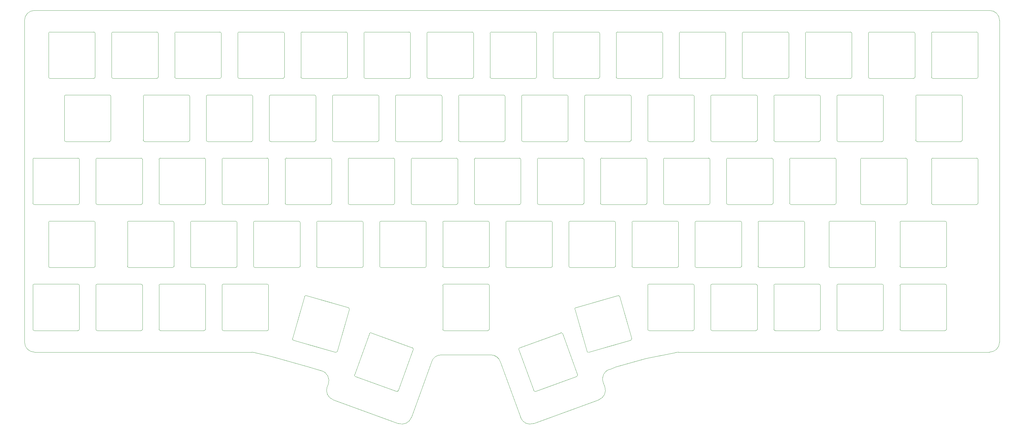
<source format=gm1>
G04 #@! TF.GenerationSoftware,KiCad,Pcbnew,(6.0.7-1)-1*
G04 #@! TF.CreationDate,2022-08-16T19:49:54+02:00*
G04 #@! TF.ProjectId,switch-plate,73776974-6368-42d7-906c-6174652e6b69,rev?*
G04 #@! TF.SameCoordinates,Original*
G04 #@! TF.FileFunction,Profile,NP*
%FSLAX46Y46*%
G04 Gerber Fmt 4.6, Leading zero omitted, Abs format (unit mm)*
G04 Created by KiCad (PCBNEW (6.0.7-1)-1) date 2022-08-16 19:49:54*
%MOMM*%
%LPD*%
G01*
G04 APERTURE LIST*
G04 #@! TA.AperFunction,Profile*
%ADD10C,0.100000*%
G04 #@! TD*
G04 #@! TA.AperFunction,Profile*
%ADD11C,0.120000*%
G04 #@! TD*
G04 APERTURE END LIST*
D10*
X182821104Y-93977032D02*
X191953090Y-91358478D01*
X97703657Y-103826408D02*
X117437202Y-111008831D01*
X7750000Y13500000D02*
G75*
G03*
X4750000Y10500000I0J-3000000D01*
G01*
X7750000Y13500000D02*
X295500000Y13500000D01*
X298500000Y10500000D02*
G75*
G03*
X295500000Y13500000I-3000000J0D01*
G01*
X295500000Y-89500000D02*
G75*
G03*
X298500000Y-86500000I0J3000000D01*
G01*
X4750000Y10500000D02*
X4750000Y-25500000D01*
X177796342Y-103826408D02*
X158062797Y-111008831D01*
X90303895Y-93977032D02*
X94260494Y-95131732D01*
X117437209Y-111008812D02*
G75*
G03*
X121282341Y-109215814I1026091J2819012D01*
G01*
X95910594Y-99981252D02*
G75*
G03*
X97703657Y-103826408I2819106J-1026048D01*
G01*
X201750000Y-89500000D02*
G75*
G03*
X200923088Y-89616215I0J-3000000D01*
G01*
X4750000Y-86500000D02*
G75*
G03*
X7750000Y-89500000I3000000J0D01*
G01*
X191953090Y-91358478D02*
X200923088Y-89616215D01*
X181068507Y-94661927D02*
G75*
G03*
X179076329Y-98571731I826893J-2883773D01*
G01*
X7750000Y-89500000D02*
X73250000Y-89500000D01*
X130257781Y-90327407D02*
X145242218Y-90327407D01*
X4750000Y-25500000D02*
X4750000Y-86500000D01*
X177796325Y-103826361D02*
G75*
G03*
X179589359Y-99981269I-1026025J2819061D01*
G01*
X95910640Y-99981270D02*
X96252660Y-99041577D01*
X130257781Y-90327385D02*
G75*
G03*
X127438703Y-92301347I19J-3000015D01*
G01*
X154217658Y-109215814D02*
X148061296Y-92301347D01*
X121282341Y-109215814D02*
X127438703Y-92301347D01*
X96252651Y-99041574D02*
G75*
G03*
X94260494Y-95131732I-2819051J1026074D01*
G01*
X74076912Y-89616215D02*
X78888913Y-90703839D01*
X181068495Y-94661886D02*
X182821104Y-93977032D01*
X148061276Y-92301354D02*
G75*
G03*
X145242218Y-90327407I-2819076J-1026046D01*
G01*
X154217641Y-109215820D02*
G75*
G03*
X158062797Y-111008831I2819059J1026020D01*
G01*
X298500000Y-86500000D02*
X298500000Y10500000D01*
X201750000Y-89500000D02*
X295500000Y-89500000D01*
X78888913Y-90703839D02*
X90303895Y-93977032D01*
X179589359Y-99981270D02*
X179076329Y-98571731D01*
X74076912Y-89616215D02*
G75*
G03*
X73250000Y-89500000I-826912J-2883785D01*
G01*
D11*
X226150000Y-50000000D02*
X239350000Y-50000000D01*
X225750000Y-50400000D02*
X225750000Y-63600000D01*
X239750000Y-63600000D02*
X239750000Y-50400000D01*
X226150000Y-64000000D02*
X239350000Y-64000000D01*
X239350000Y-64000000D02*
G75*
G03*
X239750000Y-63600000I0J400000D01*
G01*
X239750000Y-50400000D02*
G75*
G03*
X239350000Y-50000000I-400000J0D01*
G01*
X226150000Y-50000000D02*
G75*
G03*
X225750000Y-50400000I-1J-399999D01*
G01*
X225750000Y-63600000D02*
G75*
G03*
X226150000Y-64000000I399999J-1D01*
G01*
X192900000Y-69000000D02*
X206100000Y-69000000D01*
X192900000Y-83000000D02*
X206100000Y-83000000D01*
X206500000Y-82600000D02*
X206500000Y-69400000D01*
X192500000Y-69400000D02*
X192500000Y-82600000D01*
X192900000Y-69000000D02*
G75*
G03*
X192500000Y-69400000I-1J-399999D01*
G01*
X206500000Y-69400000D02*
G75*
G03*
X206100000Y-69000000I-400000J0D01*
G01*
X206100000Y-83000000D02*
G75*
G03*
X206500000Y-82600000I0J400000D01*
G01*
X192500000Y-82600000D02*
G75*
G03*
X192900000Y-83000000I399999J-1D01*
G01*
X257025000Y-45000000D02*
X270225000Y-45000000D01*
X256625000Y-31400000D02*
X256625000Y-44600000D01*
X270625000Y-44600000D02*
X270625000Y-31400000D01*
X257025000Y-31000000D02*
X270225000Y-31000000D01*
X257025000Y-31000000D02*
G75*
G03*
X256625000Y-31400000I-1J-399999D01*
G01*
X270625000Y-31400000D02*
G75*
G03*
X270225000Y-31000000I-400000J0D01*
G01*
X256625000Y-44600000D02*
G75*
G03*
X257025000Y-45000000I399999J-1D01*
G01*
X270225000Y-45000000D02*
G75*
G03*
X270625000Y-44600000I0J400000D01*
G01*
X192500000Y-12400000D02*
X192500000Y-25600000D01*
X192900000Y-12000000D02*
X206100000Y-12000000D01*
X206500000Y-25600000D02*
X206500000Y-12400000D01*
X192900000Y-26000000D02*
X206100000Y-26000000D01*
X206100000Y-26000000D02*
G75*
G03*
X206500000Y-25600000I0J400000D01*
G01*
X206500000Y-12400000D02*
G75*
G03*
X206100000Y-12000000I-400000J0D01*
G01*
X192500000Y-25600000D02*
G75*
G03*
X192900000Y-26000000I399999J-1D01*
G01*
X192900000Y-12000000D02*
G75*
G03*
X192500000Y-12400000I-1J-399999D01*
G01*
X16750000Y-12400000D02*
X16750000Y-25600000D01*
X17150000Y-26000000D02*
X30350000Y-26000000D01*
X30750000Y-25600000D02*
X30750000Y-12400000D01*
X17150000Y-12000000D02*
X30350000Y-12000000D01*
X30750000Y-12400000D02*
G75*
G03*
X30350000Y-12000000I-400000J0D01*
G01*
X17150000Y-12000000D02*
G75*
G03*
X16750000Y-12400000I-1J-399999D01*
G01*
X30350000Y-26000000D02*
G75*
G03*
X30750000Y-25600000I0J400000D01*
G01*
X16750000Y-25600000D02*
G75*
G03*
X17150000Y-26000000I399999J-1D01*
G01*
X173900000Y-12000000D02*
X187100000Y-12000000D01*
X187500000Y-25600000D02*
X187500000Y-12400000D01*
X173500000Y-12400000D02*
X173500000Y-25600000D01*
X173900000Y-26000000D02*
X187100000Y-26000000D01*
X173900000Y-12000000D02*
G75*
G03*
X173500000Y-12400000I-1J-399999D01*
G01*
X187100000Y-26000000D02*
G75*
G03*
X187500000Y-25600000I0J400000D01*
G01*
X187500000Y-12400000D02*
G75*
G03*
X187100000Y-12000000I-400000J0D01*
G01*
X173500000Y-25600000D02*
G75*
G03*
X173900000Y-26000000I399999J-1D01*
G01*
X149500000Y-25600000D02*
X149500000Y-12400000D01*
X135900000Y-26000000D02*
X149100000Y-26000000D01*
X135900000Y-12000000D02*
X149100000Y-12000000D01*
X135500000Y-12400000D02*
X135500000Y-25600000D01*
X135500000Y-25600000D02*
G75*
G03*
X135900000Y-26000000I399999J-1D01*
G01*
X149500000Y-12400000D02*
G75*
G03*
X149100000Y-12000000I-400000J0D01*
G01*
X135900000Y-12000000D02*
G75*
G03*
X135500000Y-12400000I-1J-399999D01*
G01*
X149100000Y-26000000D02*
G75*
G03*
X149500000Y-25600000I0J400000D01*
G01*
X164000000Y6600000D02*
X164000000Y-6600000D01*
X164400000Y7000000D02*
X177600000Y7000000D01*
X164400000Y-7000000D02*
X177600000Y-7000000D01*
X178000000Y-6600000D02*
X178000000Y6600000D01*
X177600000Y-7000000D02*
G75*
G03*
X178000000Y-6600000I0J400000D01*
G01*
X164400000Y7000000D02*
G75*
G03*
X164000000Y6600000I-1J-399999D01*
G01*
X164000000Y-6600000D02*
G75*
G03*
X164400000Y-7000000I399999J-1D01*
G01*
X178000000Y6600000D02*
G75*
G03*
X177600000Y7000000I-400000J0D01*
G01*
X97500000Y-12400000D02*
X97500000Y-25600000D01*
X97900000Y-26000000D02*
X111100000Y-26000000D01*
X111500000Y-25600000D02*
X111500000Y-12400000D01*
X97900000Y-12000000D02*
X111100000Y-12000000D01*
X97500000Y-25600000D02*
G75*
G03*
X97900000Y-26000000I399999J-1D01*
G01*
X111100000Y-26000000D02*
G75*
G03*
X111500000Y-25600000I0J400000D01*
G01*
X97900000Y-12000000D02*
G75*
G03*
X97500000Y-12400000I-1J-399999D01*
G01*
X111500000Y-12400000D02*
G75*
G03*
X111100000Y-12000000I-400000J0D01*
G01*
X211900000Y-12000000D02*
X225100000Y-12000000D01*
X225500000Y-25600000D02*
X225500000Y-12400000D01*
X211900000Y-26000000D02*
X225100000Y-26000000D01*
X211500000Y-12400000D02*
X211500000Y-25600000D01*
X225100000Y-26000000D02*
G75*
G03*
X225500000Y-25600000I0J400000D01*
G01*
X211500000Y-25600000D02*
G75*
G03*
X211900000Y-26000000I399999J-1D01*
G01*
X211900000Y-12000000D02*
G75*
G03*
X211500000Y-12400000I-1J-399999D01*
G01*
X225500000Y-12400000D02*
G75*
G03*
X225100000Y-12000000I-400000J0D01*
G01*
X201750000Y-63600000D02*
X201750000Y-50400000D01*
X188150000Y-50000000D02*
X201350000Y-50000000D01*
X188150000Y-64000000D02*
X201350000Y-64000000D01*
X187750000Y-50400000D02*
X187750000Y-63600000D01*
X201350000Y-64000000D02*
G75*
G03*
X201750000Y-63600000I0J400000D01*
G01*
X187750000Y-63600000D02*
G75*
G03*
X188150000Y-64000000I399999J-1D01*
G01*
X188150000Y-50000000D02*
G75*
G03*
X187750000Y-50400000I-1J-399999D01*
G01*
X201750000Y-50400000D02*
G75*
G03*
X201350000Y-50000000I-400000J0D01*
G01*
X230500000Y-69400000D02*
X230500000Y-82600000D01*
X230900000Y-83000000D02*
X244100000Y-83000000D01*
X230900000Y-69000000D02*
X244100000Y-69000000D01*
X244500000Y-82600000D02*
X244500000Y-69400000D01*
X244500000Y-69400000D02*
G75*
G03*
X244100000Y-69000000I-400000J0D01*
G01*
X244100000Y-83000000D02*
G75*
G03*
X244500000Y-82600000I0J400000D01*
G01*
X230500000Y-82600000D02*
G75*
G03*
X230900000Y-83000000I399999J-1D01*
G01*
X230900000Y-69000000D02*
G75*
G03*
X230500000Y-69400000I-1J-399999D01*
G01*
X69000000Y6600000D02*
X69000000Y-6600000D01*
X69400000Y-7000000D02*
X82600000Y-7000000D01*
X83000000Y-6600000D02*
X83000000Y6600000D01*
X69400000Y7000000D02*
X82600000Y7000000D01*
X69000000Y-6600000D02*
G75*
G03*
X69400000Y-7000000I399999J-1D01*
G01*
X83000000Y6600000D02*
G75*
G03*
X82600000Y7000000I-400000J0D01*
G01*
X82600000Y-7000000D02*
G75*
G03*
X83000000Y-6600000I0J400000D01*
G01*
X69400000Y7000000D02*
G75*
G03*
X69000000Y6600000I-1J-399999D01*
G01*
X31400000Y7000000D02*
X44600000Y7000000D01*
X45000000Y-6600000D02*
X45000000Y6600000D01*
X31400000Y-7000000D02*
X44600000Y-7000000D01*
X31000000Y6600000D02*
X31000000Y-6600000D01*
X31000000Y-6600000D02*
G75*
G03*
X31400000Y-7000000I399999J-1D01*
G01*
X45000000Y6600000D02*
G75*
G03*
X44600000Y7000000I-400000J0D01*
G01*
X44600000Y-7000000D02*
G75*
G03*
X45000000Y-6600000I0J400000D01*
G01*
X31400000Y7000000D02*
G75*
G03*
X31000000Y6600000I-1J-399999D01*
G01*
X104403888Y-96820515D02*
X116807830Y-101335181D01*
X117320515Y-101096112D02*
X121835181Y-88692170D01*
X104164819Y-96307830D02*
X108679485Y-83903888D01*
X121596112Y-88179485D02*
X109192170Y-83664819D01*
X104164819Y-96307830D02*
G75*
G03*
X104403888Y-96820515I375875J-136809D01*
G01*
X121835181Y-88692170D02*
G75*
G03*
X121596112Y-88179485I-375877J136808D01*
G01*
X109192170Y-83664819D02*
G75*
G03*
X108679485Y-83903888I-136808J-375877D01*
G01*
X116807830Y-101335181D02*
G75*
G03*
X117320515Y-101096112I136809J375875D01*
G01*
X154500000Y-12400000D02*
X154500000Y-25600000D01*
X154900000Y-12000000D02*
X168100000Y-12000000D01*
X154900000Y-26000000D02*
X168100000Y-26000000D01*
X168500000Y-25600000D02*
X168500000Y-12400000D01*
X168500000Y-12400000D02*
G75*
G03*
X168100000Y-12000000I-400000J0D01*
G01*
X168100000Y-26000000D02*
G75*
G03*
X168500000Y-25600000I0J400000D01*
G01*
X154900000Y-12000000D02*
G75*
G03*
X154500000Y-12400000I-1J-399999D01*
G01*
X154500000Y-25600000D02*
G75*
G03*
X154900000Y-26000000I399999J-1D01*
G01*
X230250000Y-44600000D02*
X230250000Y-31400000D01*
X216250000Y-31400000D02*
X216250000Y-44600000D01*
X216650000Y-31000000D02*
X229850000Y-31000000D01*
X216650000Y-45000000D02*
X229850000Y-45000000D01*
X229850000Y-45000000D02*
G75*
G03*
X230250000Y-44600000I0J400000D01*
G01*
X216250000Y-44600000D02*
G75*
G03*
X216650000Y-45000000I399999J-1D01*
G01*
X230250000Y-31400000D02*
G75*
G03*
X229850000Y-31000000I-400000J0D01*
G01*
X216650000Y-31000000D02*
G75*
G03*
X216250000Y-31400000I-1J-399999D01*
G01*
X240400000Y-7000000D02*
X253600000Y-7000000D01*
X254000000Y-6600000D02*
X254000000Y6600000D01*
X240000000Y6600000D02*
X240000000Y-6600000D01*
X240400000Y7000000D02*
X253600000Y7000000D01*
X240000000Y-6600000D02*
G75*
G03*
X240400000Y-7000000I399999J-1D01*
G01*
X240400000Y7000000D02*
G75*
G03*
X240000000Y6600000I-1J-399999D01*
G01*
X253600000Y-7000000D02*
G75*
G03*
X254000000Y-6600000I0J400000D01*
G01*
X254000000Y6600000D02*
G75*
G03*
X253600000Y7000000I-400000J0D01*
G01*
X197650000Y-45000000D02*
X210850000Y-45000000D01*
X211250000Y-44600000D02*
X211250000Y-31400000D01*
X197650000Y-31000000D02*
X210850000Y-31000000D01*
X197250000Y-31400000D02*
X197250000Y-44600000D01*
X197650000Y-31000000D02*
G75*
G03*
X197250000Y-31400000I-1J-399999D01*
G01*
X197250000Y-44600000D02*
G75*
G03*
X197650000Y-45000000I399999J-1D01*
G01*
X211250000Y-31400000D02*
G75*
G03*
X210850000Y-31000000I-400000J0D01*
G01*
X210850000Y-45000000D02*
G75*
G03*
X211250000Y-44600000I0J400000D01*
G01*
X130750000Y-69400000D02*
X130750000Y-82600000D01*
X144750000Y-82600000D02*
X144750000Y-69400000D01*
X131150000Y-83000000D02*
X144350000Y-83000000D01*
X131150000Y-69000000D02*
X144350000Y-69000000D01*
X144350000Y-83000000D02*
G75*
G03*
X144750000Y-82600000I0J400000D01*
G01*
X130750000Y-82600000D02*
G75*
G03*
X131150000Y-83000000I399999J-1D01*
G01*
X144750000Y-69400000D02*
G75*
G03*
X144350000Y-69000000I-400000J0D01*
G01*
X131150000Y-69000000D02*
G75*
G03*
X130750000Y-69400000I-1J-399999D01*
G01*
X59250000Y-44600000D02*
X59250000Y-31400000D01*
X45650000Y-31000000D02*
X58850000Y-31000000D01*
X45250000Y-31400000D02*
X45250000Y-44600000D01*
X45650000Y-45000000D02*
X58850000Y-45000000D01*
X45250000Y-44600000D02*
G75*
G03*
X45650000Y-45000000I399999J-1D01*
G01*
X58850000Y-45000000D02*
G75*
G03*
X59250000Y-44600000I0J400000D01*
G01*
X59250000Y-31400000D02*
G75*
G03*
X58850000Y-31000000I-400000J0D01*
G01*
X45650000Y-31000000D02*
G75*
G03*
X45250000Y-31400000I-1J-399999D01*
G01*
X64650000Y-45000000D02*
X77850000Y-45000000D01*
X78250000Y-44600000D02*
X78250000Y-31400000D01*
X64250000Y-31400000D02*
X64250000Y-44600000D01*
X64650000Y-31000000D02*
X77850000Y-31000000D01*
X64250000Y-44600000D02*
G75*
G03*
X64650000Y-45000000I399999J-1D01*
G01*
X64650000Y-31000000D02*
G75*
G03*
X64250000Y-31400000I-1J-399999D01*
G01*
X78250000Y-31400000D02*
G75*
G03*
X77850000Y-31000000I-400000J0D01*
G01*
X77850000Y-45000000D02*
G75*
G03*
X78250000Y-44600000I0J400000D01*
G01*
X50400000Y-7000000D02*
X63600000Y-7000000D01*
X50400000Y7000000D02*
X63600000Y7000000D01*
X64000000Y-6600000D02*
X64000000Y6600000D01*
X50000000Y6600000D02*
X50000000Y-6600000D01*
X64000000Y6600000D02*
G75*
G03*
X63600000Y7000000I-400000J0D01*
G01*
X50000000Y-6600000D02*
G75*
G03*
X50400000Y-7000000I399999J-1D01*
G01*
X50400000Y7000000D02*
G75*
G03*
X50000000Y6600000I-1J-399999D01*
G01*
X63600000Y-7000000D02*
G75*
G03*
X64000000Y-6600000I0J400000D01*
G01*
X126400000Y7000000D02*
X139600000Y7000000D01*
X140000000Y-6600000D02*
X140000000Y6600000D01*
X126400000Y-7000000D02*
X139600000Y-7000000D01*
X126000000Y6600000D02*
X126000000Y-6600000D01*
X139600000Y-7000000D02*
G75*
G03*
X140000000Y-6600000I0J400000D01*
G01*
X140000000Y6600000D02*
G75*
G03*
X139600000Y7000000I-400000J0D01*
G01*
X126400000Y7000000D02*
G75*
G03*
X126000000Y6600000I-1J-399999D01*
G01*
X126000000Y-6600000D02*
G75*
G03*
X126400000Y-7000000I399999J-1D01*
G01*
X87750000Y-63600000D02*
X87750000Y-50400000D01*
X74150000Y-50000000D02*
X87350000Y-50000000D01*
X74150000Y-64000000D02*
X87350000Y-64000000D01*
X73750000Y-50400000D02*
X73750000Y-63600000D01*
X87350000Y-64000000D02*
G75*
G03*
X87750000Y-63600000I0J400000D01*
G01*
X74150000Y-50000000D02*
G75*
G03*
X73750000Y-50400000I-1J-399999D01*
G01*
X73750000Y-63600000D02*
G75*
G03*
X74150000Y-64000000I399999J-1D01*
G01*
X87750000Y-50400000D02*
G75*
G03*
X87350000Y-50000000I-400000J0D01*
G01*
X225500000Y-82600000D02*
X225500000Y-69400000D01*
X211500000Y-69400000D02*
X211500000Y-82600000D01*
X211900000Y-69000000D02*
X225100000Y-69000000D01*
X211900000Y-83000000D02*
X225100000Y-83000000D01*
X211900000Y-69000000D02*
G75*
G03*
X211500000Y-69400000I-1J-399999D01*
G01*
X225100000Y-83000000D02*
G75*
G03*
X225500000Y-82600000I0J400000D01*
G01*
X225500000Y-69400000D02*
G75*
G03*
X225100000Y-69000000I-400000J0D01*
G01*
X211500000Y-82600000D02*
G75*
G03*
X211900000Y-83000000I399999J-1D01*
G01*
X135250000Y-44600000D02*
X135250000Y-31400000D01*
X121250000Y-31400000D02*
X121250000Y-44600000D01*
X121650000Y-45000000D02*
X134850000Y-45000000D01*
X121650000Y-31000000D02*
X134850000Y-31000000D01*
X134850000Y-45000000D02*
G75*
G03*
X135250000Y-44600000I0J400000D01*
G01*
X135250000Y-31400000D02*
G75*
G03*
X134850000Y-31000000I-400000J0D01*
G01*
X121650000Y-31000000D02*
G75*
G03*
X121250000Y-31400000I-1J-399999D01*
G01*
X121250000Y-44600000D02*
G75*
G03*
X121650000Y-45000000I399999J-1D01*
G01*
X116500000Y-12400000D02*
X116500000Y-25600000D01*
X116900000Y-12000000D02*
X130100000Y-12000000D01*
X130500000Y-25600000D02*
X130500000Y-12400000D01*
X116900000Y-26000000D02*
X130100000Y-26000000D01*
X130100000Y-26000000D02*
G75*
G03*
X130500000Y-25600000I0J400000D01*
G01*
X116900000Y-12000000D02*
G75*
G03*
X116500000Y-12400000I-1J-399999D01*
G01*
X116500000Y-25600000D02*
G75*
G03*
X116900000Y-26000000I399999J-1D01*
G01*
X130500000Y-12400000D02*
G75*
G03*
X130100000Y-12000000I-400000J0D01*
G01*
X26250000Y-31400000D02*
X26250000Y-44600000D01*
X26650000Y-45000000D02*
X39850000Y-45000000D01*
X26650000Y-31000000D02*
X39850000Y-31000000D01*
X40250000Y-44600000D02*
X40250000Y-31400000D01*
X26250000Y-44600000D02*
G75*
G03*
X26650000Y-45000000I399999J-1D01*
G01*
X26650000Y-31000000D02*
G75*
G03*
X26250000Y-31400000I-1J-399999D01*
G01*
X40250000Y-31400000D02*
G75*
G03*
X39850000Y-31000000I-400000J0D01*
G01*
X39850000Y-45000000D02*
G75*
G03*
X40250000Y-44600000I0J400000D01*
G01*
X12000000Y-50400000D02*
X12000000Y-63600000D01*
X12400000Y-50000000D02*
X25600000Y-50000000D01*
X26000000Y-63600000D02*
X26000000Y-50400000D01*
X12400000Y-64000000D02*
X25600000Y-64000000D01*
X25600000Y-64000000D02*
G75*
G03*
X26000000Y-63600000I0J400000D01*
G01*
X26000000Y-50400000D02*
G75*
G03*
X25600000Y-50000000I-400000J0D01*
G01*
X12400000Y-50000000D02*
G75*
G03*
X12000000Y-50400000I-1J-399999D01*
G01*
X12000000Y-63600000D02*
G75*
G03*
X12400000Y-64000000I399999J-1D01*
G01*
X278000000Y6600000D02*
X278000000Y-6600000D01*
X292000000Y-6600000D02*
X292000000Y6600000D01*
X278400000Y7000000D02*
X291600000Y7000000D01*
X278400000Y-7000000D02*
X291600000Y-7000000D01*
X292000000Y6600000D02*
G75*
G03*
X291600000Y7000000I-400000J0D01*
G01*
X291600000Y-7000000D02*
G75*
G03*
X292000000Y-6600000I0J400000D01*
G01*
X278400000Y7000000D02*
G75*
G03*
X278000000Y6600000I-1J-399999D01*
G01*
X278000000Y-6600000D02*
G75*
G03*
X278400000Y-7000000I399999J-1D01*
G01*
X178250000Y-31400000D02*
X178250000Y-44600000D01*
X192250000Y-44600000D02*
X192250000Y-31400000D01*
X178650000Y-45000000D02*
X191850000Y-45000000D01*
X178650000Y-31000000D02*
X191850000Y-31000000D01*
X178650000Y-31000000D02*
G75*
G03*
X178250000Y-31400000I-1J-399999D01*
G01*
X192250000Y-31400000D02*
G75*
G03*
X191850000Y-31000000I-400000J0D01*
G01*
X191850000Y-45000000D02*
G75*
G03*
X192250000Y-44600000I0J400000D01*
G01*
X178250000Y-44600000D02*
G75*
G03*
X178650000Y-45000000I399999J-1D01*
G01*
X263500000Y-82600000D02*
X263500000Y-69400000D01*
X249900000Y-83000000D02*
X263100000Y-83000000D01*
X249500000Y-69400000D02*
X249500000Y-82600000D01*
X249900000Y-69000000D02*
X263100000Y-69000000D01*
X249900000Y-69000000D02*
G75*
G03*
X249500000Y-69400000I-1J-399999D01*
G01*
X263100000Y-83000000D02*
G75*
G03*
X263500000Y-82600000I0J400000D01*
G01*
X249500000Y-82600000D02*
G75*
G03*
X249900000Y-83000000I399999J-1D01*
G01*
X263500000Y-69400000D02*
G75*
G03*
X263100000Y-69000000I-400000J0D01*
G01*
X261125000Y-63600000D02*
X261125000Y-50400000D01*
X247525000Y-50000000D02*
X260725000Y-50000000D01*
X247125000Y-50400000D02*
X247125000Y-63600000D01*
X247525000Y-64000000D02*
X260725000Y-64000000D01*
X261125000Y-50400000D02*
G75*
G03*
X260725000Y-50000000I-400000J0D01*
G01*
X260725000Y-64000000D02*
G75*
G03*
X261125000Y-63600000I0J400000D01*
G01*
X247125000Y-63600000D02*
G75*
G03*
X247525000Y-64000000I399999J-1D01*
G01*
X247525000Y-50000000D02*
G75*
G03*
X247125000Y-50400000I-1J-399999D01*
G01*
X7650000Y-31000000D02*
X20850000Y-31000000D01*
X7650000Y-45000000D02*
X20850000Y-45000000D01*
X7250000Y-31400000D02*
X7250000Y-44600000D01*
X21250000Y-44600000D02*
X21250000Y-31400000D01*
X21250000Y-31400000D02*
G75*
G03*
X20850000Y-31000000I-400000J0D01*
G01*
X20850000Y-45000000D02*
G75*
G03*
X21250000Y-44600000I0J400000D01*
G01*
X7250000Y-44600000D02*
G75*
G03*
X7650000Y-45000000I399999J-1D01*
G01*
X7650000Y-31000000D02*
G75*
G03*
X7250000Y-31400000I-1J-399999D01*
G01*
X93150000Y-64000000D02*
X106350000Y-64000000D01*
X92750000Y-50400000D02*
X92750000Y-63600000D01*
X93150000Y-50000000D02*
X106350000Y-50000000D01*
X106750000Y-63600000D02*
X106750000Y-50400000D01*
X106750000Y-50400000D02*
G75*
G03*
X106350000Y-50000000I-400000J0D01*
G01*
X93150000Y-50000000D02*
G75*
G03*
X92750000Y-50400000I-1J-399999D01*
G01*
X106350000Y-64000000D02*
G75*
G03*
X106750000Y-63600000I0J400000D01*
G01*
X92750000Y-63600000D02*
G75*
G03*
X93150000Y-64000000I399999J-1D01*
G01*
X145400000Y7000000D02*
X158600000Y7000000D01*
X145400000Y-7000000D02*
X158600000Y-7000000D01*
X145000000Y6600000D02*
X145000000Y-6600000D01*
X159000000Y-6600000D02*
X159000000Y6600000D01*
X159000000Y6600000D02*
G75*
G03*
X158600000Y7000000I-400000J0D01*
G01*
X145000000Y-6600000D02*
G75*
G03*
X145400000Y-7000000I399999J-1D01*
G01*
X158600000Y-7000000D02*
G75*
G03*
X159000000Y-6600000I0J400000D01*
G01*
X145400000Y7000000D02*
G75*
G03*
X145000000Y6600000I-1J-399999D01*
G01*
X26000000Y-6600000D02*
X26000000Y6600000D01*
X12400000Y-7000000D02*
X25600000Y-7000000D01*
X12000000Y6600000D02*
X12000000Y-6600000D01*
X12400000Y7000000D02*
X25600000Y7000000D01*
X12400000Y7000000D02*
G75*
G03*
X12000000Y6600000I-1J-399999D01*
G01*
X12000000Y-6600000D02*
G75*
G03*
X12400000Y-7000000I399999J-1D01*
G01*
X26000000Y6600000D02*
G75*
G03*
X25600000Y7000000I-400000J0D01*
G01*
X25600000Y-7000000D02*
G75*
G03*
X26000000Y-6600000I0J400000D01*
G01*
X287250000Y-25600000D02*
X287250000Y-12400000D01*
X273650000Y-12000000D02*
X286850000Y-12000000D01*
X273650000Y-26000000D02*
X286850000Y-26000000D01*
X273250000Y-12400000D02*
X273250000Y-25600000D01*
X273650000Y-12000000D02*
G75*
G03*
X273250000Y-12400000I-1J-399999D01*
G01*
X287250000Y-12400000D02*
G75*
G03*
X286850000Y-12000000I-400000J0D01*
G01*
X273250000Y-25600000D02*
G75*
G03*
X273650000Y-26000000I399999J-1D01*
G01*
X286850000Y-26000000D02*
G75*
G03*
X287250000Y-25600000I0J400000D01*
G01*
X131150000Y-64000000D02*
X144350000Y-64000000D01*
X144750000Y-63600000D02*
X144750000Y-50400000D01*
X131150000Y-50000000D02*
X144350000Y-50000000D01*
X130750000Y-50400000D02*
X130750000Y-63600000D01*
X131150000Y-50000000D02*
G75*
G03*
X130750000Y-50400000I-1J-399999D01*
G01*
X130750000Y-63600000D02*
G75*
G03*
X131150000Y-64000000I399999J-1D01*
G01*
X144350000Y-64000000D02*
G75*
G03*
X144750000Y-63600000I0J400000D01*
G01*
X144750000Y-50400000D02*
G75*
G03*
X144350000Y-50000000I-400000J0D01*
G01*
X168750000Y-50400000D02*
X168750000Y-63600000D01*
X169150000Y-64000000D02*
X182350000Y-64000000D01*
X169150000Y-50000000D02*
X182350000Y-50000000D01*
X182750000Y-63600000D02*
X182750000Y-50400000D01*
X182350000Y-64000000D02*
G75*
G03*
X182750000Y-63600000I0J400000D01*
G01*
X169150000Y-50000000D02*
G75*
G03*
X168750000Y-50400000I-1J-399999D01*
G01*
X168750000Y-63600000D02*
G75*
G03*
X169150000Y-64000000I399999J-1D01*
G01*
X182750000Y-50400000D02*
G75*
G03*
X182350000Y-50000000I-400000J0D01*
G01*
X268500000Y-69400000D02*
X268500000Y-82600000D01*
X282500000Y-82600000D02*
X282500000Y-69400000D01*
X268900000Y-83000000D02*
X282100000Y-83000000D01*
X268900000Y-69000000D02*
X282100000Y-69000000D01*
X282100000Y-83000000D02*
G75*
G03*
X282500000Y-82600000I0J400000D01*
G01*
X282500000Y-69400000D02*
G75*
G03*
X282100000Y-69000000I-400000J0D01*
G01*
X268900000Y-69000000D02*
G75*
G03*
X268500000Y-69400000I-1J-399999D01*
G01*
X268500000Y-82600000D02*
G75*
G03*
X268900000Y-83000000I399999J-1D01*
G01*
X183000000Y6600000D02*
X183000000Y-6600000D01*
X197000000Y-6600000D02*
X197000000Y6600000D01*
X183400000Y7000000D02*
X196600000Y7000000D01*
X183400000Y-7000000D02*
X196600000Y-7000000D01*
X197000000Y6600000D02*
G75*
G03*
X196600000Y7000000I-400000J0D01*
G01*
X183400000Y7000000D02*
G75*
G03*
X183000000Y6600000I-1J-399999D01*
G01*
X183000000Y-6600000D02*
G75*
G03*
X183400000Y-7000000I399999J-1D01*
G01*
X196600000Y-7000000D02*
G75*
G03*
X197000000Y-6600000I0J400000D01*
G01*
X235000000Y-6600000D02*
X235000000Y6600000D01*
X221000000Y6600000D02*
X221000000Y-6600000D01*
X221400000Y-7000000D02*
X234600000Y-7000000D01*
X221400000Y7000000D02*
X234600000Y7000000D01*
X235000000Y6600000D02*
G75*
G03*
X234600000Y7000000I-400000J0D01*
G01*
X221000000Y-6600000D02*
G75*
G03*
X221400000Y-7000000I399999J-1D01*
G01*
X221400000Y7000000D02*
G75*
G03*
X221000000Y6600000I-1J-399999D01*
G01*
X234600000Y-7000000D02*
G75*
G03*
X235000000Y-6600000I0J400000D01*
G01*
X78250000Y-82600000D02*
X78250000Y-69400000D01*
X64650000Y-69000000D02*
X77850000Y-69000000D01*
X64650000Y-83000000D02*
X77850000Y-83000000D01*
X64250000Y-69400000D02*
X64250000Y-82600000D01*
X64650000Y-69000000D02*
G75*
G03*
X64250000Y-69400000I-1J-399999D01*
G01*
X78250000Y-69400000D02*
G75*
G03*
X77850000Y-69000000I-400000J0D01*
G01*
X64250000Y-82600000D02*
G75*
G03*
X64650000Y-83000000I399999J-1D01*
G01*
X77850000Y-83000000D02*
G75*
G03*
X78250000Y-82600000I0J400000D01*
G01*
X187648038Y-85414866D02*
X184009625Y-72726211D01*
X174685134Y-89548038D02*
X187373789Y-85909625D01*
X170551962Y-76585134D02*
X174190375Y-89273789D01*
X170826211Y-76090375D02*
X183514866Y-72451962D01*
X184009625Y-72726211D02*
G75*
G03*
X183514866Y-72451962I-384504J-110255D01*
G01*
X174190376Y-89273789D02*
G75*
G03*
X174685134Y-89548038I384503J110254D01*
G01*
X187373789Y-85909625D02*
G75*
G03*
X187648038Y-85414866I-110255J384504D01*
G01*
X170826211Y-76090376D02*
G75*
G03*
X170551962Y-76585134I110254J-384503D01*
G01*
X159650000Y-31000000D02*
X172850000Y-31000000D01*
X173250000Y-44600000D02*
X173250000Y-31400000D01*
X159250000Y-31400000D02*
X159250000Y-44600000D01*
X159650000Y-45000000D02*
X172850000Y-45000000D01*
X159250000Y-44600000D02*
G75*
G03*
X159650000Y-45000000I399999J-1D01*
G01*
X173250000Y-31400000D02*
G75*
G03*
X172850000Y-31000000I-400000J0D01*
G01*
X172850000Y-45000000D02*
G75*
G03*
X173250000Y-44600000I0J400000D01*
G01*
X159650000Y-31000000D02*
G75*
G03*
X159250000Y-31400000I-1J-399999D01*
G01*
X249250000Y-44600000D02*
X249250000Y-31400000D01*
X235250000Y-31400000D02*
X235250000Y-44600000D01*
X235650000Y-31000000D02*
X248850000Y-31000000D01*
X235650000Y-45000000D02*
X248850000Y-45000000D01*
X235250000Y-44600000D02*
G75*
G03*
X235650000Y-45000000I399999J-1D01*
G01*
X235650000Y-31000000D02*
G75*
G03*
X235250000Y-31400000I-1J-399999D01*
G01*
X248850000Y-45000000D02*
G75*
G03*
X249250000Y-44600000I0J400000D01*
G01*
X249250000Y-31400000D02*
G75*
G03*
X248850000Y-31000000I-400000J0D01*
G01*
X7650000Y-69000000D02*
X20850000Y-69000000D01*
X7650000Y-83000000D02*
X20850000Y-83000000D01*
X7250000Y-69400000D02*
X7250000Y-82600000D01*
X21250000Y-82600000D02*
X21250000Y-69400000D01*
X7250000Y-82600000D02*
G75*
G03*
X7650000Y-83000000I399999J-1D01*
G01*
X7650000Y-69000000D02*
G75*
G03*
X7250000Y-69400000I-1J-399999D01*
G01*
X20850000Y-83000000D02*
G75*
G03*
X21250000Y-82600000I0J400000D01*
G01*
X21250000Y-69400000D02*
G75*
G03*
X20850000Y-69000000I-400000J0D01*
G01*
X35750000Y-50400000D02*
X35750000Y-63600000D01*
X36150000Y-64000000D02*
X49350000Y-64000000D01*
X49750000Y-63600000D02*
X49750000Y-50400000D01*
X36150000Y-50000000D02*
X49350000Y-50000000D01*
X49350000Y-64000000D02*
G75*
G03*
X49750000Y-63600000I0J400000D01*
G01*
X49750000Y-50400000D02*
G75*
G03*
X49350000Y-50000000I-400000J0D01*
G01*
X36150000Y-50000000D02*
G75*
G03*
X35750000Y-50400000I-1J-399999D01*
G01*
X35750000Y-63600000D02*
G75*
G03*
X36150000Y-64000000I399999J-1D01*
G01*
X206750000Y-50400000D02*
X206750000Y-63600000D01*
X207150000Y-50000000D02*
X220350000Y-50000000D01*
X207150000Y-64000000D02*
X220350000Y-64000000D01*
X220750000Y-63600000D02*
X220750000Y-50400000D01*
X220750000Y-50400000D02*
G75*
G03*
X220350000Y-50000000I-400000J0D01*
G01*
X207150000Y-50000000D02*
G75*
G03*
X206750000Y-50400000I-1J-399999D01*
G01*
X220350000Y-64000000D02*
G75*
G03*
X220750000Y-63600000I0J400000D01*
G01*
X206750000Y-63600000D02*
G75*
G03*
X207150000Y-64000000I399999J-1D01*
G01*
X202000000Y6600000D02*
X202000000Y-6600000D01*
X202400000Y7000000D02*
X215600000Y7000000D01*
X216000000Y-6600000D02*
X216000000Y6600000D01*
X202400000Y-7000000D02*
X215600000Y-7000000D01*
X215600000Y-7000000D02*
G75*
G03*
X216000000Y-6600000I0J400000D01*
G01*
X216000000Y6600000D02*
G75*
G03*
X215600000Y7000000I-400000J0D01*
G01*
X202000000Y-6600000D02*
G75*
G03*
X202400000Y-7000000I399999J-1D01*
G01*
X202400000Y7000000D02*
G75*
G03*
X202000000Y6600000I-1J-399999D01*
G01*
X40250000Y-82600000D02*
X40250000Y-69400000D01*
X26650000Y-83000000D02*
X39850000Y-83000000D01*
X26650000Y-69000000D02*
X39850000Y-69000000D01*
X26250000Y-69400000D02*
X26250000Y-82600000D01*
X26250000Y-82600000D02*
G75*
G03*
X26650000Y-83000000I399999J-1D01*
G01*
X26650000Y-69000000D02*
G75*
G03*
X26250000Y-69400000I-1J-399999D01*
G01*
X39850000Y-83000000D02*
G75*
G03*
X40250000Y-82600000I0J400000D01*
G01*
X40250000Y-69400000D02*
G75*
G03*
X39850000Y-69000000I-400000J0D01*
G01*
X83250000Y-31400000D02*
X83250000Y-44600000D01*
X83650000Y-31000000D02*
X96850000Y-31000000D01*
X97250000Y-44600000D02*
X97250000Y-31400000D01*
X83650000Y-45000000D02*
X96850000Y-45000000D01*
X97250000Y-31400000D02*
G75*
G03*
X96850000Y-31000000I-400000J0D01*
G01*
X83250000Y-44600000D02*
G75*
G03*
X83650000Y-45000000I399999J-1D01*
G01*
X96850000Y-45000000D02*
G75*
G03*
X97250000Y-44600000I0J400000D01*
G01*
X83650000Y-31000000D02*
G75*
G03*
X83250000Y-31400000I-1J-399999D01*
G01*
X140650000Y-45000000D02*
X153850000Y-45000000D01*
X140650000Y-31000000D02*
X153850000Y-31000000D01*
X140250000Y-31400000D02*
X140250000Y-44600000D01*
X154250000Y-44600000D02*
X154250000Y-31400000D01*
X140650000Y-31000000D02*
G75*
G03*
X140250000Y-31400000I-1J-399999D01*
G01*
X140250000Y-44600000D02*
G75*
G03*
X140650000Y-45000000I399999J-1D01*
G01*
X153850000Y-45000000D02*
G75*
G03*
X154250000Y-44600000I0J400000D01*
G01*
X154250000Y-31400000D02*
G75*
G03*
X153850000Y-31000000I-400000J0D01*
G01*
X55150000Y-64000000D02*
X68350000Y-64000000D01*
X55150000Y-50000000D02*
X68350000Y-50000000D01*
X54750000Y-50400000D02*
X54750000Y-63600000D01*
X68750000Y-63600000D02*
X68750000Y-50400000D01*
X54750000Y-63600000D02*
G75*
G03*
X55150000Y-64000000I399999J-1D01*
G01*
X68350000Y-64000000D02*
G75*
G03*
X68750000Y-63600000I0J400000D01*
G01*
X55150000Y-50000000D02*
G75*
G03*
X54750000Y-50400000I-1J-399999D01*
G01*
X68750000Y-50400000D02*
G75*
G03*
X68350000Y-50000000I-400000J0D01*
G01*
X112150000Y-64000000D02*
X125350000Y-64000000D01*
X111750000Y-50400000D02*
X111750000Y-63600000D01*
X112150000Y-50000000D02*
X125350000Y-50000000D01*
X125750000Y-63600000D02*
X125750000Y-50400000D01*
X125750000Y-50400000D02*
G75*
G03*
X125350000Y-50000000I-400000J0D01*
G01*
X125350000Y-64000000D02*
G75*
G03*
X125750000Y-63600000I0J400000D01*
G01*
X112150000Y-50000000D02*
G75*
G03*
X111750000Y-50400000I-1J-399999D01*
G01*
X111750000Y-63600000D02*
G75*
G03*
X112150000Y-64000000I399999J-1D01*
G01*
X171335181Y-96307830D02*
X166820515Y-83903888D01*
X158179485Y-101096112D02*
X153664819Y-88692170D01*
X158692170Y-101335181D02*
X171096112Y-96820515D01*
X166307830Y-83664819D02*
X153903888Y-88179485D01*
X166820515Y-83903888D02*
G75*
G03*
X166307830Y-83664819I-375877J-136808D01*
G01*
X171096112Y-96820515D02*
G75*
G03*
X171335181Y-96307830I-136806J375876D01*
G01*
X158179485Y-101096112D02*
G75*
G03*
X158692170Y-101335181I375876J136806D01*
G01*
X153903888Y-88179485D02*
G75*
G03*
X153664819Y-88692170I136808J-375877D01*
G01*
X268900000Y-64000000D02*
X282100000Y-64000000D01*
X268500000Y-50400000D02*
X268500000Y-63600000D01*
X282500000Y-63600000D02*
X282500000Y-50400000D01*
X268900000Y-50000000D02*
X282100000Y-50000000D01*
X268500000Y-63600000D02*
G75*
G03*
X268900000Y-64000000I399999J-1D01*
G01*
X282100000Y-64000000D02*
G75*
G03*
X282500000Y-63600000I0J400000D01*
G01*
X282500000Y-50400000D02*
G75*
G03*
X282100000Y-50000000I-400000J0D01*
G01*
X268900000Y-50000000D02*
G75*
G03*
X268500000Y-50400000I-1J-399999D01*
G01*
X78500000Y-12400000D02*
X78500000Y-25600000D01*
X78900000Y-12000000D02*
X92100000Y-12000000D01*
X78900000Y-26000000D02*
X92100000Y-26000000D01*
X92500000Y-25600000D02*
X92500000Y-12400000D01*
X78500000Y-25600000D02*
G75*
G03*
X78900000Y-26000000I399999J-1D01*
G01*
X78900000Y-12000000D02*
G75*
G03*
X78500000Y-12400000I-1J-399999D01*
G01*
X92100000Y-26000000D02*
G75*
G03*
X92500000Y-25600000I0J400000D01*
G01*
X92500000Y-12400000D02*
G75*
G03*
X92100000Y-12000000I-400000J0D01*
G01*
X59500000Y-12400000D02*
X59500000Y-25600000D01*
X73500000Y-25600000D02*
X73500000Y-12400000D01*
X59900000Y-12000000D02*
X73100000Y-12000000D01*
X59900000Y-26000000D02*
X73100000Y-26000000D01*
X59500000Y-25600000D02*
G75*
G03*
X59900000Y-26000000I399999J-1D01*
G01*
X73500000Y-12400000D02*
G75*
G03*
X73100000Y-12000000I-400000J0D01*
G01*
X59900000Y-12000000D02*
G75*
G03*
X59500000Y-12400000I-1J-399999D01*
G01*
X73100000Y-26000000D02*
G75*
G03*
X73500000Y-25600000I0J400000D01*
G01*
X54500000Y-25600000D02*
X54500000Y-12400000D01*
X40900000Y-12000000D02*
X54100000Y-12000000D01*
X40500000Y-12400000D02*
X40500000Y-25600000D01*
X40900000Y-26000000D02*
X54100000Y-26000000D01*
X54100000Y-26000000D02*
G75*
G03*
X54500000Y-25600000I0J400000D01*
G01*
X40900000Y-12000000D02*
G75*
G03*
X40500000Y-12400000I-1J-399999D01*
G01*
X40500000Y-25600000D02*
G75*
G03*
X40900000Y-26000000I399999J-1D01*
G01*
X54500000Y-12400000D02*
G75*
G03*
X54100000Y-12000000I-400000J0D01*
G01*
X249500000Y-12400000D02*
X249500000Y-25600000D01*
X249900000Y-26000000D02*
X263100000Y-26000000D01*
X249900000Y-12000000D02*
X263100000Y-12000000D01*
X263500000Y-25600000D02*
X263500000Y-12400000D01*
X263100000Y-26000000D02*
G75*
G03*
X263500000Y-25600000I0J400000D01*
G01*
X249500000Y-25600000D02*
G75*
G03*
X249900000Y-26000000I399999J-1D01*
G01*
X249900000Y-12000000D02*
G75*
G03*
X249500000Y-12400000I-1J-399999D01*
G01*
X263500000Y-12400000D02*
G75*
G03*
X263100000Y-12000000I-400000J0D01*
G01*
X278400000Y-45000000D02*
X291600000Y-45000000D01*
X278000000Y-31400000D02*
X278000000Y-44600000D01*
X278400000Y-31000000D02*
X291600000Y-31000000D01*
X292000000Y-44600000D02*
X292000000Y-31400000D01*
X278400000Y-31000000D02*
G75*
G03*
X278000000Y-31400000I-1J-399999D01*
G01*
X292000000Y-31400000D02*
G75*
G03*
X291600000Y-31000000I-400000J0D01*
G01*
X278000000Y-44600000D02*
G75*
G03*
X278400000Y-45000000I399999J-1D01*
G01*
X291600000Y-45000000D02*
G75*
G03*
X292000000Y-44600000I0J400000D01*
G01*
X149750000Y-50400000D02*
X149750000Y-63600000D01*
X150150000Y-64000000D02*
X163350000Y-64000000D01*
X150150000Y-50000000D02*
X163350000Y-50000000D01*
X163750000Y-63600000D02*
X163750000Y-50400000D01*
X150150000Y-50000000D02*
G75*
G03*
X149750000Y-50400000I-1J-399999D01*
G01*
X163750000Y-50400000D02*
G75*
G03*
X163350000Y-50000000I-400000J0D01*
G01*
X163350000Y-64000000D02*
G75*
G03*
X163750000Y-63600000I0J400000D01*
G01*
X149750000Y-63600000D02*
G75*
G03*
X150150000Y-64000000I399999J-1D01*
G01*
X45250000Y-69400000D02*
X45250000Y-82600000D01*
X59250000Y-82600000D02*
X59250000Y-69400000D01*
X45650000Y-69000000D02*
X58850000Y-69000000D01*
X45650000Y-83000000D02*
X58850000Y-83000000D01*
X59250000Y-69400000D02*
G75*
G03*
X58850000Y-69000000I-400000J0D01*
G01*
X58850000Y-83000000D02*
G75*
G03*
X59250000Y-82600000I0J400000D01*
G01*
X45250000Y-82600000D02*
G75*
G03*
X45650000Y-83000000I399999J-1D01*
G01*
X45650000Y-69000000D02*
G75*
G03*
X45250000Y-69400000I-1J-399999D01*
G01*
X230900000Y-12000000D02*
X244100000Y-12000000D01*
X230500000Y-12400000D02*
X230500000Y-25600000D01*
X244500000Y-25600000D02*
X244500000Y-12400000D01*
X230900000Y-26000000D02*
X244100000Y-26000000D01*
X244100000Y-26000000D02*
G75*
G03*
X244500000Y-25600000I0J400000D01*
G01*
X244500000Y-12400000D02*
G75*
G03*
X244100000Y-12000000I-400000J0D01*
G01*
X230500000Y-25600000D02*
G75*
G03*
X230900000Y-26000000I399999J-1D01*
G01*
X230900000Y-12000000D02*
G75*
G03*
X230500000Y-12400000I-1J-399999D01*
G01*
X88400000Y7000000D02*
X101600000Y7000000D01*
X88400000Y-7000000D02*
X101600000Y-7000000D01*
X102000000Y-6600000D02*
X102000000Y6600000D01*
X88000000Y6600000D02*
X88000000Y-6600000D01*
X88000000Y-6600000D02*
G75*
G03*
X88400000Y-7000000I399999J-1D01*
G01*
X88400000Y7000000D02*
G75*
G03*
X88000000Y6600000I-1J-399999D01*
G01*
X102000000Y6600000D02*
G75*
G03*
X101600000Y7000000I-400000J0D01*
G01*
X101600000Y-7000000D02*
G75*
G03*
X102000000Y-6600000I0J400000D01*
G01*
X102650000Y-45000000D02*
X115850000Y-45000000D01*
X102650000Y-31000000D02*
X115850000Y-31000000D01*
X102250000Y-31400000D02*
X102250000Y-44600000D01*
X116250000Y-44600000D02*
X116250000Y-31400000D01*
X102650000Y-31000000D02*
G75*
G03*
X102250000Y-31400000I-1J-399999D01*
G01*
X115850000Y-45000000D02*
G75*
G03*
X116250000Y-44600000I0J400000D01*
G01*
X116250000Y-31400000D02*
G75*
G03*
X115850000Y-31000000I-400000J0D01*
G01*
X102250000Y-44600000D02*
G75*
G03*
X102650000Y-45000000I399999J-1D01*
G01*
X259400000Y7000000D02*
X272600000Y7000000D01*
X259000000Y6600000D02*
X259000000Y-6600000D01*
X259400000Y-7000000D02*
X272600000Y-7000000D01*
X273000000Y-6600000D02*
X273000000Y6600000D01*
X273000000Y6600000D02*
G75*
G03*
X272600000Y7000000I-400000J0D01*
G01*
X259400000Y7000000D02*
G75*
G03*
X259000000Y6600000I-1J-399999D01*
G01*
X259000000Y-6600000D02*
G75*
G03*
X259400000Y-7000000I399999J-1D01*
G01*
X272600000Y-7000000D02*
G75*
G03*
X273000000Y-6600000I0J400000D01*
G01*
X89115375Y-72726211D02*
X85476962Y-85414866D01*
X98934625Y-89273789D02*
X102573038Y-76585134D01*
X89610134Y-72451962D02*
X102298789Y-76090375D01*
X85751211Y-85909625D02*
X98439866Y-89548038D01*
X102573038Y-76585134D02*
G75*
G03*
X102298789Y-76090375I-384504J110255D01*
G01*
X98439866Y-89548038D02*
G75*
G03*
X98934625Y-89273789I110255J384504D01*
G01*
X89610134Y-72451961D02*
G75*
G03*
X89115375Y-72726211I-110255J-384504D01*
G01*
X85476961Y-85414866D02*
G75*
G03*
X85751211Y-85909625I384504J-110255D01*
G01*
X121000000Y-6600000D02*
X121000000Y6600000D01*
X107400000Y-7000000D02*
X120600000Y-7000000D01*
X107400000Y7000000D02*
X120600000Y7000000D01*
X107000000Y6600000D02*
X107000000Y-6600000D01*
X121000000Y6600000D02*
G75*
G03*
X120600000Y7000000I-400000J0D01*
G01*
X120600000Y-7000000D02*
G75*
G03*
X121000000Y-6600000I0J400000D01*
G01*
X107400000Y7000000D02*
G75*
G03*
X107000000Y6600000I-1J-399999D01*
G01*
X107000000Y-6600000D02*
G75*
G03*
X107400000Y-7000000I399999J-1D01*
G01*
M02*

</source>
